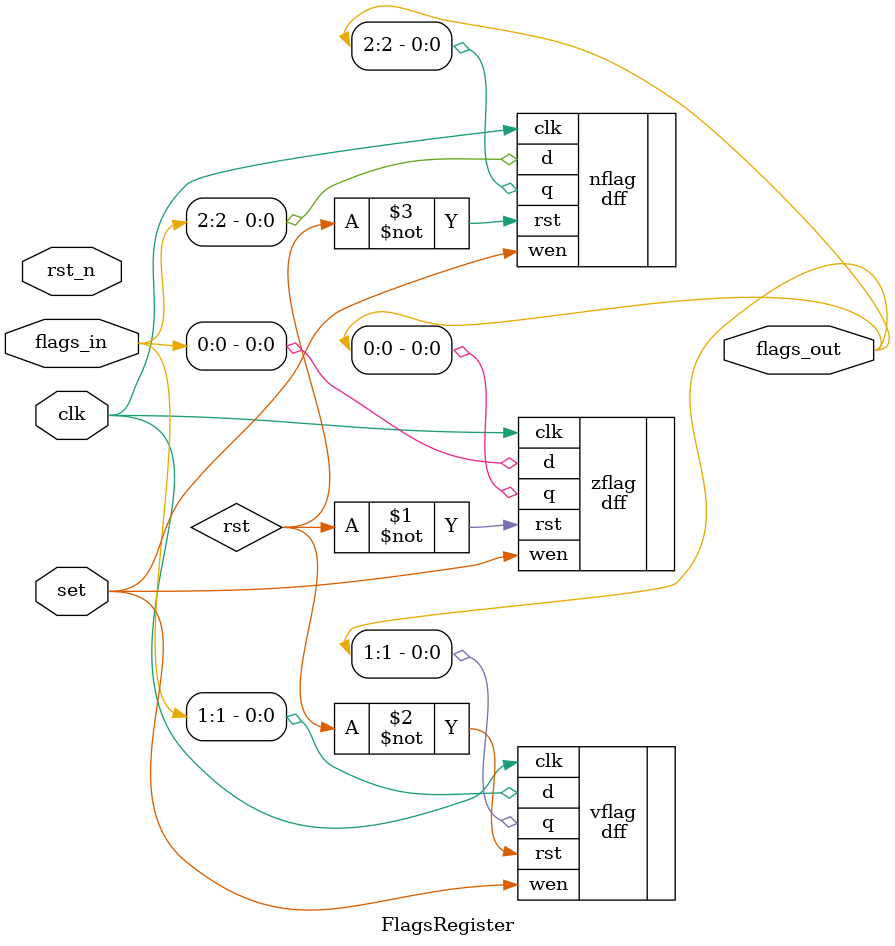
<source format=v>
module FlagsRegister(clk, rst_n, set, flags_in, flags_out);

input clk, rst_n, set;
input [2:0] flags_in;
output [2:0] flags_out;

dff 	zflag(.q(flags_out[0]), .d(flags_in[0]), .wen(set), .clk(clk), .rst(~rst)),
	vflag(.q(flags_out[1]), .d(flags_in[1]), .wen(set), .clk(clk), .rst(~rst)),
	nflag(.q(flags_out[2]), .d(flags_in[2]), .wen(set), .clk(clk), .rst(~rst));

endmodule

</source>
